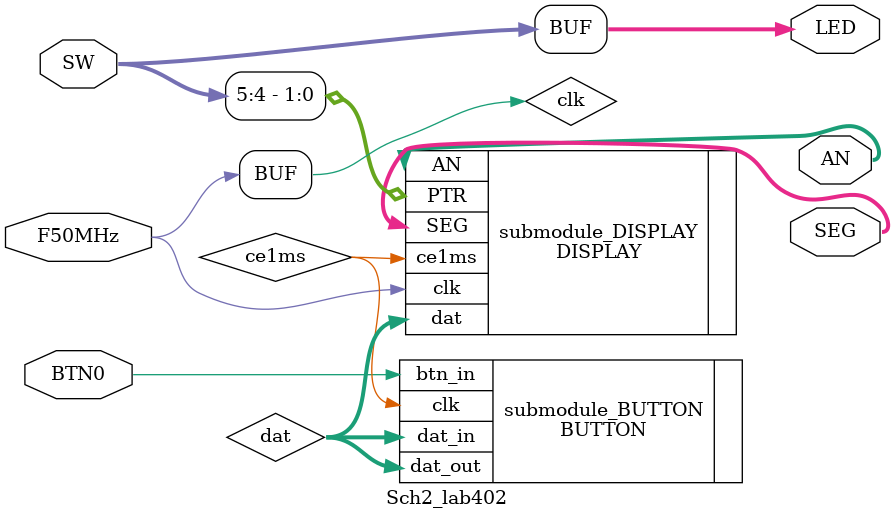
<source format=v>
`timescale 1ns / 1ps

module Sch2_lab402(
  
  input F50MHz,
  input BTN0,
  input [7:0] SW,
  
  output [3:0] AN,
  output [7:0] SEG,
  output [7:0] LED
);

wire [15:0] dat;
wire clk;
wire ce1ms;

assign LED = SW;
assign clk = F50MHz;

DISPLAY submodule_DISPLAY(
  .clk(clk),
  .dat(dat),
  .PTR(SW[5:4]),

  .AN(AN),
  .SEG(SEG),
  .ce1ms(ce1ms)
);

BUTTON submodule_BUTTON(
	.clk(ce1ms),
	.btn_in(BTN0),
	.dat_in(dat),
	.dat_out(dat)
);

endmodule


</source>
